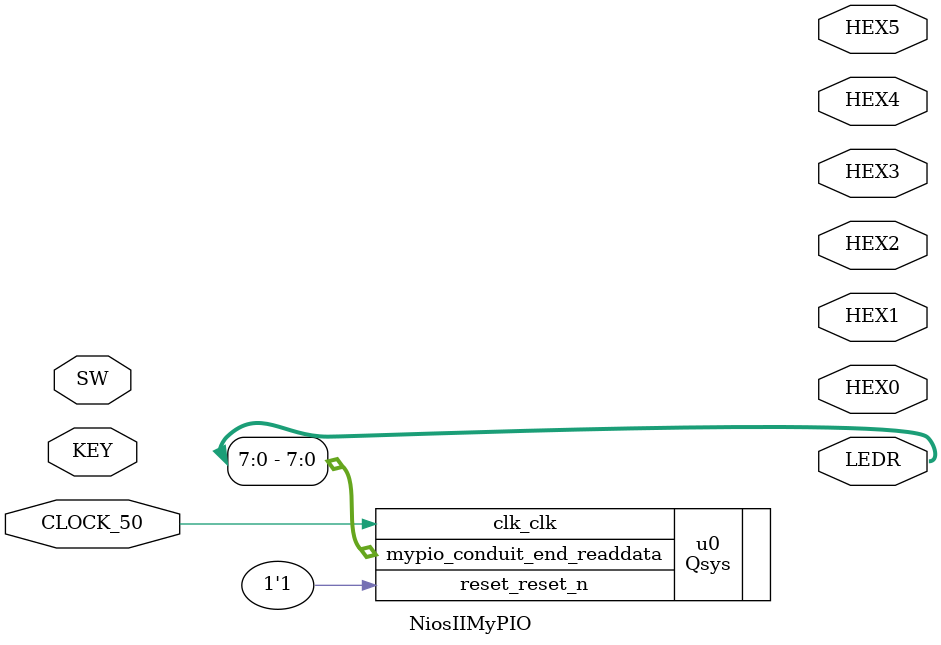
<source format=sv>

module NiosIIMyPIO (
	input CLOCK_50,
	input [3:0] KEY,
	input [9:0] SW,
	output [9:0] LEDR,
	output [6:0] HEX0, HEX1, HEX2, HEX3, HEX4, HEX5
);

Qsys u0 (
	.clk_clk                    (CLOCK_50),                    //               clk.clk
	.mypio_conduit_end_readdata (LEDR[7:0]), // mypio_conduit_end.readdata
	.reset_reset_n              (1'b1)               //             reset.reset_n
);


endmodule

</source>
